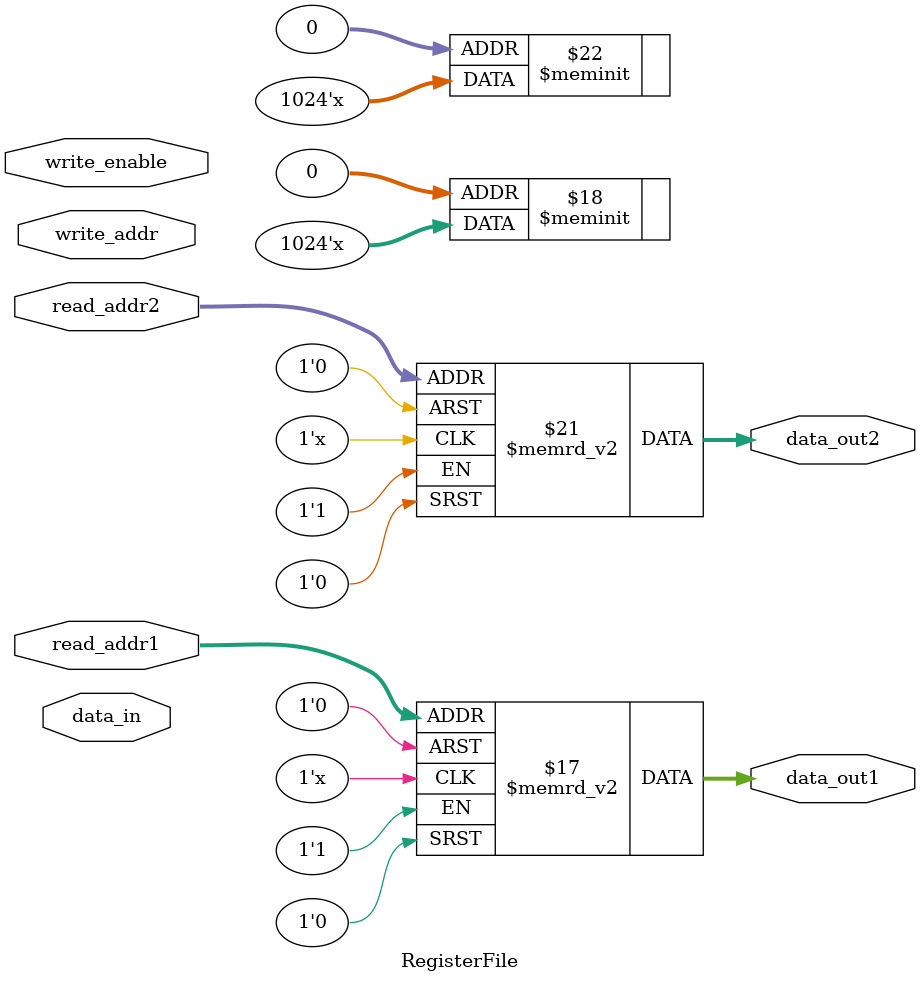
<source format=v>
module RegisterFile(
    input  wire[4:0] read_addr1,
    input  wire[4:0] read_addr2,
    input  wire[4:0] write_addr,
    input  wire write_enable,
    input  wire[31:0] data_in,
    output reg [31:0] data_out1,
    output reg [31:0] data_out2
);

reg [31:0] registers[0:31];

always@(*)
    begin
    // Lectura de registros
    data_out1 = registers[read_addr1];
    data_out2 = registers[read_addr2];
    
    // Escritura de registro
    if(write_enable) 
    begin
        registers[write_addr] = data_in;
    end
end
endmodule

</source>
